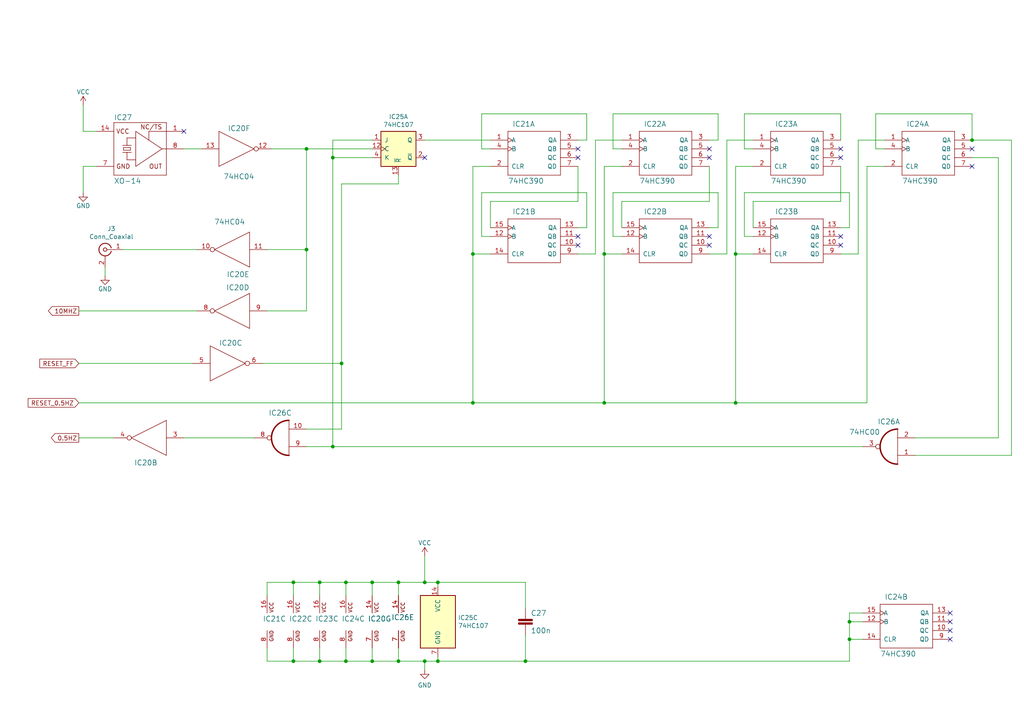
<source format=kicad_sch>
(kicad_sch (version 20230121) (generator eeschema)
  (paper "A4")
  (lib_symbols
    (symbol "74xx:74LS107" (pin_names (offset 1.016))
      (property "Reference" "U" (at -7.62 8.89 0))
      (property "Value" "74LS107" (at -7.62 -8.89 0))
      (symbol "74LS107_1_0"
        (pin input line (at -7.62 2.54 0) (length 2.54) (name "J") (number "1"))
        (pin input clock (at -7.62 0 0) (length 2.54) (name "C") (number "12"))
        (pin input line (at 0 -7.62 90) (length 2.54) (name "~{R}") (number "13"))
        (pin output line (at 7.62 -2.54 180) (length 2.54) (name "~{Q}") (number "2"))
        (pin output line (at 7.62 2.54 180) (length 2.54) (name "Q") (number "3"))
        (pin input line (at -7.62 -2.54 0) (length 2.54) (name "K") (number "4"))
      )
      (symbol "74LS107_1_1"
        (rectangle (start -5.08 5.08) (end 5.08 -5.08) (stroke (width 0.254)) (fill (type background)))
      )
      (symbol "74LS107_2_0"
        (pin input line (at 0 -7.62 90) (length 2.54) (name "~{R}") (number "10"))
        (pin input line (at -7.62 -2.54 0) (length 2.54) (name "K") (number "11"))
        (pin output line (at 7.62 2.54 180) (length 2.54) (name "Q") (number "5"))
        (pin output line (at 7.62 -2.54 180) (length 2.54) (name "~{Q}") (number "6"))
        (pin input line (at -7.62 2.54 0) (length 2.54) (name "J") (number "8"))
        (pin input clock (at -7.62 0 0) (length 2.54) (name "C") (number "9"))
      )
      (symbol "74LS107_2_1"
        (rectangle (start -5.08 5.08) (end 5.08 -5.08) (stroke (width 0.254)) (fill (type background)))
      )
      (symbol "74LS107_3_0"
        (pin power_in line (at 0 10.16 270) (length 2.54) (name "VCC") (number "14"))
        (pin power_in line (at 0 -10.16 90) (length 2.54) (name "GND") (number "7"))
      )
      (symbol "74LS107_3_1"
        (rectangle (start -5.08 7.62) (end 5.08 -7.62) (stroke (width 0.254)) (fill (type background)))
      )
    )
    (symbol "Connector:Conn_Coaxial" (pin_names (offset 1.016) hide)
      (property "Reference" "J" (at 0.254 3.048 0))
      (property "Value" "Conn_Coaxial" (at 2.921 0 90))
      (symbol "Conn_Coaxial_0_1"
        (arc (start -1.778 -0.508) (mid 0.222 -1.808) (end 1.778 0) (stroke (width 0.254)))
        (polyline (pts (xy -2.54 0) (xy -0.508 0)))
        (polyline (pts (xy 0 -2.54) (xy 0 -1.778)))
        (circle (center 0 0) (radius 0.508) (stroke (width 0.2032)))
        (arc (start 1.778 0) (mid 0.2221 1.8083) (end -1.778 0.508) (stroke (width 0.254)))
      )
      (symbol "Conn_Coaxial_1_1"
        (pin passive line (at -5.08 0 0) (length 2.54) (name "In") (number "1"))
        (pin passive line (at 0 -5.08 90) (length 2.54) (name "Ext") (number "2"))
      )
    )
    (symbol "Hauptplatine-rescue:7400D-Zähler-eagle-import" (pin_names (offset 1.016))
      (property "Reference" "IC" (at -0.635 -0.635 0))
      (symbol "7400D-Zähler-eagle-import_1_0"
        (arc (start -2.54 -5.08) (mid 2.5179 0) (end -2.54 5.08) (stroke (width 0.4064)))
        (polyline (pts (xy -2.54 5.08) (xy -2.54 -5.08)))
        (pin input line (at -7.62 2.54 0) (length 5.08) (name "I0") (number "1"))
        (pin input line (at -7.62 -2.54 0) (length 5.08) (name "I1") (number "2"))
        (pin output inverted (at 7.62 0 180) (length 5.08) (name "O") (number "3"))
      )
      (symbol "7400D-Zähler-eagle-import_2_0"
        (arc (start -2.54 -5.08) (mid 2.5179 0) (end -2.54 5.08) (stroke (width 0.4064)))
        (polyline (pts (xy -2.54 5.08) (xy -2.54 -5.08)))
        (pin input line (at -7.62 2.54 0) (length 5.08) (name "I0") (number "4"))
        (pin input line (at -7.62 -2.54 0) (length 5.08) (name "I1") (number "5"))
        (pin output inverted (at 7.62 0 180) (length 5.08) (name "O") (number "6"))
      )
      (symbol "7400D-Zähler-eagle-import_3_0"
        (arc (start -2.54 -5.08) (mid 2.5179 0) (end -2.54 5.08) (stroke (width 0.4064)))
        (polyline (pts (xy -2.54 5.08) (xy -2.54 -5.08)))
        (pin input line (at -7.62 -2.54 0) (length 5.08) (name "I1") (number "10"))
        (pin output inverted (at 7.62 0 180) (length 5.08) (name "O") (number "8"))
        (pin input line (at -7.62 2.54 0) (length 5.08) (name "I0") (number "9"))
      )
      (symbol "7400D-Zähler-eagle-import_4_0"
        (arc (start -2.54 -5.08) (mid 2.5179 0) (end -2.54 5.08) (stroke (width 0.4064)))
        (polyline (pts (xy -2.54 5.08) (xy -2.54 -5.08)))
        (pin output inverted (at 7.62 0 180) (length 5.08) (name "O") (number "11"))
        (pin input line (at -7.62 2.54 0) (length 5.08) (name "I0") (number "12"))
        (pin input line (at -7.62 -2.54 0) (length 5.08) (name "I1") (number "13"))
      )
      (symbol "7400D-Zähler-eagle-import_5_0"
        (text "GND" (at 1.905 -5.842 900) (effects (font (size 1.0668 1.0668)) (justify left bottom)))
        (text "VCC" (at 1.905 2.54 900) (effects (font (size 1.0668 1.0668)) (justify left bottom)))
        (pin power_in line (at 0 7.62 270) (length 5.08) (name "VCC") (number "14"))
        (pin power_in line (at 0 -7.62 90) (length 5.08) (name "GND") (number "7"))
      )
    )
    (symbol "Hauptplatine-rescue:7404D-Taktgenerator-eagle-import" (pin_names (offset 1.016))
      (property "Reference" "IC" (at -0.635 -0.635 0))
      (symbol "7404D-Taktgenerator-eagle-import_1_0"
        (polyline (pts (xy -5.08 -5.08) (xy -5.08 5.08)))
        (polyline (pts (xy -5.08 5.08) (xy 5.08 0)))
        (polyline (pts (xy 5.08 0) (xy -5.08 -5.08)))
        (pin input line (at -10.16 0 0) (length 5.08) (name "I") (number "1"))
        (pin output inverted (at 10.16 0 180) (length 5.08) (name "O") (number "2"))
      )
      (symbol "7404D-Taktgenerator-eagle-import_2_0"
        (polyline (pts (xy -5.08 -5.08) (xy -5.08 5.08)))
        (polyline (pts (xy -5.08 5.08) (xy 5.08 0)))
        (polyline (pts (xy 5.08 0) (xy -5.08 -5.08)))
        (pin input line (at -10.16 0 0) (length 5.08) (name "I") (number "3"))
        (pin output inverted (at 10.16 0 180) (length 5.08) (name "O") (number "4"))
      )
      (symbol "7404D-Taktgenerator-eagle-import_3_0"
        (polyline (pts (xy -5.08 -5.08) (xy -5.08 5.08)))
        (polyline (pts (xy -5.08 5.08) (xy 5.08 0)))
        (polyline (pts (xy 5.08 0) (xy -5.08 -5.08)))
        (pin input line (at -10.16 0 0) (length 5.08) (name "I") (number "5"))
        (pin output inverted (at 10.16 0 180) (length 5.08) (name "O") (number "6"))
      )
      (symbol "7404D-Taktgenerator-eagle-import_4_0"
        (polyline (pts (xy -5.08 -5.08) (xy -5.08 5.08)))
        (polyline (pts (xy -5.08 5.08) (xy 5.08 0)))
        (polyline (pts (xy 5.08 0) (xy -5.08 -5.08)))
        (pin output inverted (at 10.16 0 180) (length 5.08) (name "O") (number "8"))
        (pin input line (at -10.16 0 0) (length 5.08) (name "I") (number "9"))
      )
      (symbol "7404D-Taktgenerator-eagle-import_5_0"
        (polyline (pts (xy -5.08 -5.08) (xy -5.08 5.08)))
        (polyline (pts (xy -5.08 5.08) (xy 5.08 0)))
        (polyline (pts (xy 5.08 0) (xy -5.08 -5.08)))
        (pin output inverted (at 10.16 0 180) (length 5.08) (name "O") (number "10"))
        (pin input line (at -10.16 0 0) (length 5.08) (name "I") (number "11"))
      )
      (symbol "7404D-Taktgenerator-eagle-import_6_0"
        (polyline (pts (xy -5.08 -5.08) (xy -5.08 5.08)))
        (polyline (pts (xy -5.08 5.08) (xy 5.08 0)))
        (polyline (pts (xy 5.08 0) (xy -5.08 -5.08)))
        (pin output inverted (at 10.16 0 180) (length 5.08) (name "O") (number "12"))
        (pin input line (at -10.16 0 0) (length 5.08) (name "I") (number "13"))
      )
      (symbol "7404D-Taktgenerator-eagle-import_7_0"
        (text "GND" (at 1.905 -5.842 900) (effects (font (size 1.0668 1.0668)) (justify left bottom)))
        (text "VCC" (at 1.905 2.54 900) (effects (font (size 1.0668 1.0668)) (justify left bottom)))
        (pin power_in line (at 0 7.62 270) (length 5.08) (name "VCC") (number "14"))
        (pin power_in line (at 0 -7.62 90) (length 5.08) (name "GND") (number "7"))
      )
    )
    (symbol "Hauptplatine-rescue:74390D-Taktgenerator-eagle-import" (pin_names (offset 1.016))
      (property "Reference" "IC" (at -0.635 -0.635 0))
      (symbol "74390D-Taktgenerator-eagle-import_1_0"
        (polyline (pts (xy -7.62 -7.62) (xy 7.62 -7.62)))
        (polyline (pts (xy -7.62 5.08) (xy -7.62 -7.62)))
        (polyline (pts (xy 7.62 -7.62) (xy 7.62 5.08)))
        (polyline (pts (xy 7.62 5.08) (xy -7.62 5.08)))
        (pin input clock (at -12.7 2.54 0) (length 5.08) (name "A") (number "1"))
        (pin input line (at -12.7 -5.08 0) (length 5.08) (name "CLR") (number "2"))
        (pin output line (at 12.7 2.54 180) (length 5.08) (name "QA") (number "3"))
        (pin input clock (at -12.7 0 0) (length 5.08) (name "B") (number "4"))
        (pin output line (at 12.7 0 180) (length 5.08) (name "QB") (number "5"))
        (pin output line (at 12.7 -2.54 180) (length 5.08) (name "QC") (number "6"))
        (pin output line (at 12.7 -5.08 180) (length 5.08) (name "QD") (number "7"))
      )
      (symbol "74390D-Taktgenerator-eagle-import_2_0"
        (polyline (pts (xy -7.62 -7.62) (xy 7.62 -7.62)))
        (polyline (pts (xy -7.62 5.08) (xy -7.62 -7.62)))
        (polyline (pts (xy 7.62 -7.62) (xy 7.62 5.08)))
        (polyline (pts (xy 7.62 5.08) (xy -7.62 5.08)))
        (pin output line (at 12.7 -2.54 180) (length 5.08) (name "QC") (number "10"))
        (pin output line (at 12.7 0 180) (length 5.08) (name "QB") (number "11"))
        (pin input clock (at -12.7 0 0) (length 5.08) (name "B") (number "12"))
        (pin output line (at 12.7 2.54 180) (length 5.08) (name "QA") (number "13"))
        (pin input line (at -12.7 -5.08 0) (length 5.08) (name "CLR") (number "14"))
        (pin input clock (at -12.7 2.54 0) (length 5.08) (name "A") (number "15"))
        (pin output line (at 12.7 -5.08 180) (length 5.08) (name "QD") (number "9"))
      )
      (symbol "74390D-Taktgenerator-eagle-import_3_0"
        (text "GND" (at 1.905 -5.842 900) (effects (font (size 1.0668 1.0668)) (justify left bottom)))
        (text "VCC" (at 1.905 2.54 900) (effects (font (size 1.0668 1.0668)) (justify left bottom)))
        (pin power_in line (at 0 7.62 270) (length 5.08) (name "VCC") (number "16"))
        (pin power_in line (at 0 -7.62 90) (length 5.08) (name "GND") (number "8"))
      )
    )
    (symbol "Hauptplatine-rescue:C-EUC0603-Taktgenerator-eagle-import" (pin_names (offset 1.016))
      (property "Reference" "C" (at 1.524 0.381 0))
      (property "Value" "C-EUC0603-Taktgenerator-eagle-import" (at 1.524 -4.699 0))
      (symbol "C-EUC0603-Taktgenerator-eagle-import_1_0"
        (rectangle (start -2.032 -2.032) (end 2.032 -1.524) (fill (type outline)))
        (rectangle (start -2.032 -1.016) (end 2.032 -0.508) (fill (type outline)))
        (polyline (pts (xy 0 -2.54) (xy 0 -2.032)))
        (polyline (pts (xy 0 0) (xy 0 -0.508)))
        (pin passive line (at 0 2.54 270) (length 2.54) (name "1") (number "1"))
        (pin passive line (at 0 -5.08 90) (length 2.54) (name "2") (number "2"))
      )
    )
    (symbol "Hauptplatine-rescue:XO-14-Taktgenerator-eagle-import" (pin_names (offset 1.016))
      (property "Reference" "QG" (at -7.62 8.255 0))
      (property "Value" "XO-14-Taktgenerator-eagle-import" (at -7.62 -10.16 0))
      (symbol "XO-14-Taktgenerator-eagle-import_1_0"
        (polyline (pts (xy -7.62 7.62) (xy -7.62 -7.62)))
        (polyline (pts (xy -7.62 7.62) (xy 7.62 7.62)))
        (polyline (pts (xy -5.08 -1.016) (xy -3.81 -1.016)))
        (polyline (pts (xy -5.08 1.016) (xy -2.54 1.016)))
        (polyline (pts (xy -4.826 -0.381) (xy -4.826 0.381)))
        (polyline (pts (xy -4.826 -0.381) (xy -2.794 -0.381)))
        (polyline (pts (xy -4.826 0.381) (xy -2.794 0.381)))
        (polyline (pts (xy -3.81 -3.175) (xy -3.81 -1.016)))
        (polyline (pts (xy -3.81 -3.175) (xy -1.27 -3.175)))
        (polyline (pts (xy -3.81 -1.016) (xy -2.54 -1.016)))
        (polyline (pts (xy -3.81 1.016) (xy -3.81 3.175)))
        (polyline (pts (xy -3.81 3.175) (xy -1.27 3.175)))
        (polyline (pts (xy -2.794 0.381) (xy -2.794 -0.381)))
        (polyline (pts (xy -1.27 -5.08) (xy -1.27 -3.175)))
        (polyline (pts (xy -1.27 -3.175) (xy -1.27 3.175)))
        (polyline (pts (xy -1.27 3.175) (xy -1.27 5.08)))
        (polyline (pts (xy -1.27 5.08) (xy 2.54 2.54)))
        (polyline (pts (xy 2.54 2.54) (xy 6.35 0)))
        (polyline (pts (xy 2.54 5.08) (xy 2.54 2.54)))
        (polyline (pts (xy 6.35 0) (xy -1.27 -5.08)))
        (polyline (pts (xy 6.35 0) (xy 7.62 0)))
        (polyline (pts (xy 7.62 -7.62) (xy -7.62 -7.62)))
        (polyline (pts (xy 7.62 -7.62) (xy 7.62 0)))
        (polyline (pts (xy 7.62 0) (xy 7.62 5.08)))
        (polyline (pts (xy 7.62 5.08) (xy 2.54 5.08)))
        (polyline (pts (xy 7.62 5.08) (xy 7.62 7.62)))
        (text "GND" (at -6.985 -5.842 0) (effects (font (size 1.2954 1.2954)) (justify left bottom)))
        (text "NC/TS" (at 0 5.588 0) (effects (font (size 1.2954 1.2954)) (justify left bottom)))
        (text "OUT" (at 2.54 -5.842 0) (effects (font (size 1.2954 1.2954)) (justify left bottom)))
        (text "VCC" (at -6.985 4.318 0) (effects (font (size 1.2954 1.2954)) (justify left bottom)))
        (pin passive line (at 12.7 5.08 180) (length 5.08) (name "TS") (number "1"))
        (pin power_in line (at -12.7 5.08 0) (length 5.08) (name "VCC") (number "14"))
        (pin power_in line (at -12.7 -5.08 0) (length 5.08) (name "GND") (number "7"))
        (pin output line (at 12.7 0 180) (length 5.08) (name "OUT") (number "8"))
      )
    )
    (symbol "power:GND" (power) (pin_names (offset 0))
      (property "Value" "GND" (at 0 -3.81 0))
      (symbol "GND_0_1"
        (polyline (pts (xy 0 0) (xy 0 -1.27) (xy 1.27 -1.27) (xy 0 -2.54) (xy -1.27 -1.27) (xy 0 -1.27)))
      )
      (symbol "GND_1_1"
        (pin power_in line (at 0 0 270) (length 0) hide (name "GND") (number "1"))
      )
    )
    (symbol "power:VCC" (power) (pin_names (offset 0))
      (property "Value" "VCC" (at 0 3.81 0))
      (symbol "VCC_0_1"
        (polyline (pts (xy -0.762 1.27) (xy 0 2.54)))
        (polyline (pts (xy 0 0) (xy 0 2.54)))
        (polyline (pts (xy 0 2.54) (xy 0.762 1.27)))
      )
      (symbol "VCC_1_1"
        (pin power_in line (at 0 0 90) (length 0) hide (name "VCC") (number "1"))
      )
    )
  )
  (junction (at 175.26 116.84))
  (junction (at 92.71 191.77))
  (junction (at 107.95 191.77))
  (junction (at 123.19 191.77))
  (junction (at 85.09 168.91))
  (junction (at 246.38 180.34))
  (junction (at 127 191.77))
  (junction (at 96.52 45.72))
  (junction (at 175.26 73.66))
  (junction (at 127 168.91))
  (junction (at 96.52 129.54))
  (junction (at 152.4 191.77))
  (junction (at 123.19 168.91))
  (junction (at 115.57 168.91))
  (junction (at 99.06 105.41))
  (junction (at 100.33 168.91))
  (junction (at 213.36 116.84))
  (junction (at 137.16 116.84))
  (junction (at 246.38 185.42))
  (junction (at 107.95 168.91))
  (junction (at 115.57 191.77))
  (junction (at 85.09 191.77))
  (junction (at 88.9 72.39))
  (junction (at 137.16 73.66))
  (junction (at 100.33 191.77))
  (junction (at 281.94 40.64))
  (junction (at 92.71 168.91))
  (junction (at 213.36 73.66))
  (junction (at 88.9 43.18))
  (no_connect (at 281.94 43.18))
  (no_connect (at 53.34 38.1))
  (no_connect (at 275.59 177.8))
  (no_connect (at 275.59 180.34))
  (no_connect (at 275.59 182.88))
  (no_connect (at 275.59 185.42))
  (no_connect (at 243.84 71.12))
  (no_connect (at 243.84 45.72))
  (no_connect (at 243.84 68.58))
  (no_connect (at 123.19 45.72))
  (no_connect (at 205.74 45.72))
  (no_connect (at 167.64 45.72))
  (no_connect (at 205.74 68.58))
  (no_connect (at 205.74 71.12))
  (no_connect (at 243.84 43.18))
  (no_connect (at 167.64 43.18))
  (no_connect (at 281.94 48.26))
  (no_connect (at 167.64 71.12))
  (no_connect (at 205.74 43.18))
  (no_connect (at 167.64 68.58))
  (wire (pts (xy 92.71 191.77) (xy 85.09 191.77)))
  (wire (pts (xy 92.71 168.91) (xy 85.09 168.91)))
  (wire (pts (xy 205.74 66.04) (xy 208.28 66.04)))
  (wire (pts (xy 167.64 66.04) (xy 170.18 66.04)))
  (wire (pts (xy 107.95 191.77) (xy 107.95 187.96)))
  (wire (pts (xy 53.34 43.18) (xy 58.42 43.18)))
  (wire (pts (xy 85.09 191.77) (xy 85.09 187.96)))
  (wire (pts (xy 213.36 73.66) (xy 213.36 116.84)))
  (wire (pts (xy 246.38 180.34) (xy 250.19 180.34)))
  (wire (pts (xy 167.64 48.26) (xy 167.64 58.42)))
  (wire (pts (xy 123.19 40.64) (xy 142.24 40.64)))
  (wire (pts (xy 170.18 40.64) (xy 170.18 33.02)))
  (wire (pts (xy 243.84 73.66) (xy 248.92 73.66)))
  (wire (pts (xy 24.13 30.48) (xy 24.13 38.1)))
  (wire (pts (xy 281.94 33.02) (xy 254 33.02)))
  (wire (pts (xy 205.74 48.26) (xy 205.74 58.42)))
  (wire (pts (xy 167.64 73.66) (xy 172.72 73.66)))
  (wire (pts (xy 177.8 33.02) (xy 177.8 43.18)))
  (wire (pts (xy 175.26 116.84) (xy 137.16 116.84)))
  (wire (pts (xy 215.9 43.18) (xy 218.44 43.18)))
  (wire (pts (xy 218.44 58.42) (xy 218.44 66.04)))
  (wire (pts (xy 115.57 191.77) (xy 115.57 187.96)))
  (wire (pts (xy 137.16 48.26) (xy 137.16 73.66)))
  (wire (pts (xy 88.9 72.39) (xy 88.9 43.18)))
  (wire (pts (xy 99.06 124.46) (xy 88.9 124.46)))
  (wire (pts (xy 85.09 168.91) (xy 85.09 172.72)))
  (wire (pts (xy 210.82 40.64) (xy 218.44 40.64)))
  (wire (pts (xy 96.52 129.54) (xy 250.19 129.54)))
  (wire (pts (xy 88.9 90.17) (xy 88.9 72.39)))
  (wire (pts (xy 139.7 33.02) (xy 139.7 43.18)))
  (wire (pts (xy 152.4 191.77) (xy 246.38 191.77)))
  (wire (pts (xy 77.47 168.91) (xy 77.47 172.72)))
  (wire (pts (xy 123.19 168.91) (xy 127 168.91)))
  (wire (pts (xy 57.15 90.17) (xy 22.86 90.17)))
  (wire (pts (xy 167.64 40.64) (xy 170.18 40.64)))
  (wire (pts (xy 246.38 185.42) (xy 250.19 185.42)))
  (wire (pts (xy 76.2 105.41) (xy 99.06 105.41)))
  (wire (pts (xy 172.72 73.66) (xy 172.72 40.64)))
  (wire (pts (xy 215.9 68.58) (xy 218.44 68.58)))
  (wire (pts (xy 107.95 168.91) (xy 100.33 168.91)))
  (wire (pts (xy 281.94 40.64) (xy 281.94 33.02)))
  (wire (pts (xy 246.38 66.04) (xy 246.38 55.88)))
  (wire (pts (xy 172.72 40.64) (xy 180.34 40.64)))
  (wire (pts (xy 177.8 55.88) (xy 177.8 68.58)))
  (wire (pts (xy 123.19 191.77) (xy 123.19 194.31)))
  (wire (pts (xy 210.82 73.66) (xy 210.82 40.64)))
  (wire (pts (xy 99.06 105.41) (xy 99.06 124.46)))
  (wire (pts (xy 175.26 48.26) (xy 175.26 73.66)))
  (wire (pts (xy 218.44 73.66) (xy 213.36 73.66)))
  (wire (pts (xy 85.09 191.77) (xy 77.47 191.77)))
  (wire (pts (xy 127 170.18) (xy 127 168.91)))
  (wire (pts (xy 127 168.91) (xy 152.4 168.91)))
  (wire (pts (xy 208.28 40.64) (xy 208.28 33.02)))
  (wire (pts (xy 24.13 38.1) (xy 27.94 38.1)))
  (wire (pts (xy 213.36 48.26) (xy 213.36 73.66)))
  (wire (pts (xy 77.47 72.39) (xy 88.9 72.39)))
  (wire (pts (xy 208.28 55.88) (xy 177.8 55.88)))
  (wire (pts (xy 96.52 45.72) (xy 107.95 45.72)))
  (wire (pts (xy 246.38 177.8) (xy 246.38 180.34)))
  (wire (pts (xy 92.71 191.77) (xy 92.71 187.96)))
  (wire (pts (xy 22.86 105.41) (xy 55.88 105.41)))
  (wire (pts (xy 77.47 90.17) (xy 88.9 90.17)))
  (wire (pts (xy 22.86 116.84) (xy 137.16 116.84)))
  (wire (pts (xy 254 33.02) (xy 254 43.18)))
  (wire (pts (xy 96.52 40.64) (xy 96.52 45.72)))
  (wire (pts (xy 115.57 168.91) (xy 107.95 168.91)))
  (wire (pts (xy 170.18 55.88) (xy 139.7 55.88)))
  (wire (pts (xy 246.38 55.88) (xy 215.9 55.88)))
  (wire (pts (xy 100.33 191.77) (xy 92.71 191.77)))
  (wire (pts (xy 100.33 168.91) (xy 100.33 172.72)))
  (wire (pts (xy 123.19 168.91) (xy 115.57 168.91)))
  (wire (pts (xy 175.26 73.66) (xy 175.26 116.84)))
  (wire (pts (xy 248.92 73.66) (xy 248.92 40.64)))
  (wire (pts (xy 107.95 168.91) (xy 107.95 172.72)))
  (wire (pts (xy 215.9 33.02) (xy 215.9 43.18)))
  (wire (pts (xy 139.7 43.18) (xy 142.24 43.18)))
  (wire (pts (xy 180.34 73.66) (xy 175.26 73.66)))
  (wire (pts (xy 180.34 48.26) (xy 175.26 48.26)))
  (wire (pts (xy 77.47 191.77) (xy 77.47 187.96)))
  (wire (pts (xy 53.34 127) (xy 73.66 127)))
  (wire (pts (xy 243.84 58.42) (xy 218.44 58.42)))
  (wire (pts (xy 30.48 80.01) (xy 30.48 77.47)))
  (wire (pts (xy 139.7 68.58) (xy 142.24 68.58)))
  (wire (pts (xy 243.84 40.64) (xy 243.84 33.02)))
  (wire (pts (xy 24.13 48.26) (xy 24.13 55.88)))
  (wire (pts (xy 170.18 66.04) (xy 170.18 55.88)))
  (wire (pts (xy 167.64 58.42) (xy 142.24 58.42)))
  (wire (pts (xy 208.28 33.02) (xy 177.8 33.02)))
  (wire (pts (xy 208.28 66.04) (xy 208.28 55.88)))
  (wire (pts (xy 293.37 40.64) (xy 293.37 132.08)))
  (wire (pts (xy 100.33 168.91) (xy 92.71 168.91)))
  (wire (pts (xy 265.43 132.08) (xy 293.37 132.08)))
  (wire (pts (xy 213.36 116.84) (xy 175.26 116.84)))
  (wire (pts (xy 123.19 191.77) (xy 115.57 191.77)))
  (wire (pts (xy 170.18 33.02) (xy 139.7 33.02)))
  (wire (pts (xy 289.56 45.72) (xy 289.56 127)))
  (wire (pts (xy 265.43 127) (xy 289.56 127)))
  (wire (pts (xy 205.74 73.66) (xy 210.82 73.66)))
  (wire (pts (xy 107.95 191.77) (xy 100.33 191.77)))
  (wire (pts (xy 115.57 53.34) (xy 99.06 53.34)))
  (wire (pts (xy 254 43.18) (xy 256.54 43.18)))
  (wire (pts (xy 127 191.77) (xy 152.4 191.77)))
  (wire (pts (xy 251.46 116.84) (xy 213.36 116.84)))
  (wire (pts (xy 246.38 180.34) (xy 246.38 185.42)))
  (wire (pts (xy 115.57 53.34) (xy 115.57 50.8)))
  (wire (pts (xy 115.57 168.91) (xy 115.57 172.72)))
  (wire (pts (xy 27.94 48.26) (xy 24.13 48.26)))
  (wire (pts (xy 115.57 191.77) (xy 107.95 191.77)))
  (wire (pts (xy 99.06 53.34) (xy 99.06 105.41)))
  (wire (pts (xy 96.52 45.72) (xy 96.52 129.54)))
  (wire (pts (xy 205.74 40.64) (xy 208.28 40.64)))
  (wire (pts (xy 127 190.5) (xy 127 191.77)))
  (wire (pts (xy 243.84 48.26) (xy 243.84 58.42)))
  (wire (pts (xy 243.84 66.04) (xy 246.38 66.04)))
  (wire (pts (xy 218.44 48.26) (xy 213.36 48.26)))
  (wire (pts (xy 142.24 58.42) (xy 142.24 66.04)))
  (wire (pts (xy 243.84 33.02) (xy 215.9 33.02)))
  (wire (pts (xy 205.74 58.42) (xy 180.34 58.42)))
  (wire (pts (xy 88.9 129.54) (xy 96.52 129.54)))
  (wire (pts (xy 33.02 127) (xy 22.86 127)))
  (wire (pts (xy 123.19 191.77) (xy 127 191.77)))
  (wire (pts (xy 256.54 48.26) (xy 251.46 48.26)))
  (wire (pts (xy 152.4 168.91) (xy 152.4 176.53)))
  (wire (pts (xy 142.24 48.26) (xy 137.16 48.26)))
  (wire (pts (xy 215.9 55.88) (xy 215.9 68.58)))
  (wire (pts (xy 246.38 177.8) (xy 250.19 177.8)))
  (wire (pts (xy 107.95 40.64) (xy 96.52 40.64)))
  (wire (pts (xy 78.74 43.18) (xy 88.9 43.18)))
  (wire (pts (xy 293.37 40.64) (xy 281.94 40.64)))
  (wire (pts (xy 281.94 45.72) (xy 289.56 45.72)))
  (wire (pts (xy 35.56 72.39) (xy 57.15 72.39)))
  (wire (pts (xy 152.4 184.15) (xy 152.4 191.77)))
  (wire (pts (xy 248.92 40.64) (xy 256.54 40.64)))
  (wire (pts (xy 139.7 55.88) (xy 139.7 68.58)))
  (wire (pts (xy 142.24 73.66) (xy 137.16 73.66)))
  (wire (pts (xy 177.8 68.58) (xy 180.34 68.58)))
  (wire (pts (xy 92.71 168.91) (xy 92.71 172.72)))
  (wire (pts (xy 177.8 43.18) (xy 180.34 43.18)))
  (wire (pts (xy 251.46 48.26) (xy 251.46 116.84)))
  (wire (pts (xy 100.33 191.77) (xy 100.33 187.96)))
  (wire (pts (xy 180.34 58.42) (xy 180.34 66.04)))
  (wire (pts (xy 85.09 168.91) (xy 77.47 168.91)))
  (wire (pts (xy 88.9 43.18) (xy 107.95 43.18)))
  (wire (pts (xy 246.38 185.42) (xy 246.38 191.77)))
  (wire (pts (xy 123.19 168.91) (xy 123.19 161.29)))
  (wire (pts (xy 137.16 73.66) (xy 137.16 116.84)))
  (global_label "RESET_FF" (shape input) (at 22.86 105.41 180) (property "Intersheetrefs" "${INTERSHEET_REFS}" (effects hide)))
  (global_label "10MHZ" (shape output) (at 22.86 90.17 180) (property "Intersheetrefs" "${INTERSHEET_REFS}" (effects hide)))
  (global_label "0.5HZ" (shape output) (at 22.86 127 180) (property "Intersheetrefs" "${INTERSHEET_REFS}" (effects hide)))
  (global_label "RESET_0.5HZ" (shape input) (at 22.86 116.84 180) (property "Intersheetrefs" "${INTERSHEET_REFS}" (effects hide)))
  (symbol (lib_id "Hauptplatine-rescue:7404D-Taktgenerator-eagle-import") (at 67.31 90.17 180) (unit 4)
    (property "Reference" "IC20" (at 72.39 82.55 0) (effects (font (size 1.4986 1.4986)) (justify left bottom)))
    (property "Value" "74HC04" (effects hide))
    (property "Footprint" "Package_DIP:DIP-14_W7.62mm_LongPads" (effects hide))
    (property "Datasheet" "http://www.ti.com/lit/gpn/sn74HC04" (effects hide))
  )
  (symbol (lib_id "Hauptplatine-rescue:7404D-Taktgenerator-eagle-import") (at 67.31 72.39 180) (unit 5)
    (property "Reference" "IC20" (at 72.39 78.74 0) (effects (font (size 1.4986 1.4986)) (justify left bottom)))
    (property "Value" "74HC04" (at 71.12 63.5 0) (effects (font (size 1.4986 1.4986)) (justify left bottom)))
    (property "Footprint" "Package_DIP:DIP-14_W7.62mm_LongPads" (effects hide))
    (property "Datasheet" "http://www.ti.com/lit/gpn/sn74HC04" (effects hide))
  )
  (symbol (lib_id "Hauptplatine-rescue:7404D-Taktgenerator-eagle-import") (at 43.18 127 180) (unit 2)
    (property "Reference" "IC20" (at 45.72 133.35 0) (effects (font (size 1.4986 1.4986)) (justify left bottom)))
    (property "Value" "74HC04" (effects hide))
    (property "Footprint" "Package_DIP:DIP-14_W7.62mm_LongPads" (effects hide))
    (property "Datasheet" "http://www.ti.com/lit/gpn/sn74HC04" (effects hide))
  )
  (symbol (lib_id "Hauptplatine-rescue:7404D-Taktgenerator-eagle-import") (at 66.04 105.41 0) (unit 3)
    (property "Reference" "IC20" (at 63.5 100.33 0) (effects (font (size 1.4986 1.4986)) (justify left bottom)))
    (property "Value" "74HC04" (effects hide))
    (property "Footprint" "Package_DIP:DIP-14_W7.62mm_LongPads" (effects hide))
    (property "Datasheet" "http://www.ti.com/lit/gpn/sn74HC04" (effects hide))
  )
  (symbol (lib_id "Hauptplatine-rescue:7404D-Taktgenerator-eagle-import") (at 68.58 43.18 0) (unit 6)
    (property "Reference" "IC20" (at 66.04 38.1 0) (effects (font (size 1.4986 1.4986)) (justify left bottom)))
    (property "Value" "74HC04" (at 64.77 52.07 0) (effects (font (size 1.4986 1.4986)) (justify left bottom)))
    (property "Footprint" "Package_DIP:DIP-14_W7.62mm_LongPads" (effects hide))
    (property "Datasheet" "http://www.ti.com/lit/gpn/sn74HC04" (effects hide))
  )
  (symbol (lib_id "Hauptplatine-rescue:74390D-Taktgenerator-eagle-import") (at 154.94 43.18 0) (unit 1)
    (property "Reference" "IC21" (at 148.59 36.83 0) (effects (font (size 1.4986 1.4986)) (justify left bottom)))
    (property "Value" "74HC390" (at 147.32 53.34 0) (effects (font (size 1.4986 1.4986)) (justify left bottom)))
    (property "Footprint" "Package_DIP:DIP-16_W7.62mm_LongPads" (effects hide))
    (property "Datasheet" "https://www.ti.com/lit/ds/symlink/cd74hc390.pdf" (effects hide))
  )
  (symbol (lib_id "Hauptplatine-rescue:74390D-Taktgenerator-eagle-import") (at 154.94 68.58 0) (unit 2)
    (property "Reference" "IC21" (at 148.59 62.23 0) (effects (font (size 1.4986 1.4986)) (justify left bottom)))
    (property "Value" "74HC390" (effects hide))
    (property "Footprint" "Package_DIP:DIP-16_W7.62mm_LongPads" (effects hide))
    (property "Datasheet" "https://www.ti.com/lit/ds/symlink/cd74hc390.pdf" (effects hide))
  )
  (symbol (lib_id "Hauptplatine-rescue:74390D-Taktgenerator-eagle-import") (at 269.24 43.18 0) (unit 1)
    (property "Reference" "IC24" (at 262.89 36.83 0) (effects (font (size 1.4986 1.4986)) (justify left bottom)))
    (property "Value" "74HC390" (at 261.62 53.34 0) (effects (font (size 1.4986 1.4986)) (justify left bottom)))
    (property "Footprint" "Package_DIP:DIP-16_W7.62mm_LongPads" (effects hide))
    (property "Datasheet" "https://www.ti.com/lit/ds/symlink/cd74hc390.pdf" (effects hide))
  )
  (symbol (lib_id "Hauptplatine-rescue:C-EUC0603-Taktgenerator-eagle-import") (at 152.4 179.07 0) (unit 1)
    (property "Reference" "C27" (at 153.924 178.689 0) (effects (font (size 1.4986 1.4986)) (justify left bottom)))
    (property "Value" "100n" (at 153.924 183.769 0) (effects (font (size 1.4986 1.4986)) (justify left bottom)))
    (property "Footprint" "Capacitor_THT:C_Rect_L10.0mm_W4.0mm_P7.50mm_FKS3_FKP3" (effects hide))
  )
  (symbol (lib_id "Connector:Conn_Coaxial") (at 30.48 72.39 0) (mirror y) (unit 1)
    (property "Reference" "J3" (at 32.3088 66.3448 0))
    (property "Value" "Conn_Coaxial" (at 32.3088 68.6562 0))
    (property "Footprint" "Connector_Coaxial:BNC_Amphenol_B6252HB-NPP3G-50_Horizontal" (effects hide))
    (property "Datasheet" " ~" (effects hide))
  )
  (symbol (lib_id "Hauptplatine-rescue:7404D-Taktgenerator-eagle-import") (at 107.95 180.34 0) (unit 7)
    (property "Reference" "IC20" (at 106.68 180.34 0) (effects (font (size 1.4986 1.4986)) (justify left bottom)))
    (property "Value" "74HC04" (effects hide))
    (property "Footprint" "Package_DIP:DIP-14_W7.62mm_LongPads" (effects hide))
    (property "Datasheet" "http://www.ti.com/lit/gpn/sn74HC04" (effects hide))
  )
  (symbol (lib_id "Hauptplatine-rescue:74390D-Taktgenerator-eagle-import") (at 100.33 180.34 0) (unit 3)
    (property "Reference" "IC24" (at 99.06 180.34 0) (effects (font (size 1.4986 1.4986)) (justify left bottom)))
    (property "Value" "74HC390" (effects hide))
    (property "Footprint" "Package_DIP:DIP-16_W7.62mm_LongPads" (effects hide))
    (property "Datasheet" "https://www.ti.com/lit/ds/symlink/cd74hc390.pdf" (effects hide))
  )
  (symbol (lib_id "Hauptplatine-rescue:74390D-Taktgenerator-eagle-import") (at 85.09 180.34 0) (unit 3)
    (property "Reference" "IC22" (at 83.82 180.34 0) (effects (font (size 1.4986 1.4986)) (justify left bottom)))
    (property "Value" "74HC390" (effects hide))
    (property "Footprint" "Package_DIP:DIP-16_W7.62mm_LongPads" (effects hide))
    (property "Datasheet" "https://www.ti.com/lit/ds/symlink/cd74hc390.pdf" (effects hide))
  )
  (symbol (lib_id "Hauptplatine-rescue:74390D-Taktgenerator-eagle-import") (at 77.47 180.34 0) (unit 3)
    (property "Reference" "IC21" (at 76.2 180.34 0) (effects (font (size 1.4986 1.4986)) (justify left bottom)))
    (property "Value" "74HC390" (effects hide))
    (property "Footprint" "Package_DIP:DIP-16_W7.62mm_LongPads" (effects hide))
    (property "Datasheet" "https://www.ti.com/lit/ds/symlink/cd74hc390.pdf" (effects hide))
  )
  (symbol (lib_id "Hauptplatine-rescue:74390D-Taktgenerator-eagle-import") (at 92.71 180.34 0) (unit 3)
    (property "Reference" "IC23" (at 91.44 180.34 0) (effects (font (size 1.4986 1.4986)) (justify left bottom)))
    (property "Value" "74HC390" (effects hide))
    (property "Footprint" "Package_DIP:DIP-16_W7.62mm_LongPads" (effects hide))
    (property "Datasheet" "https://www.ti.com/lit/ds/symlink/cd74hc390.pdf" (effects hide))
  )
  (symbol (lib_id "Hauptplatine-rescue:7400D-Zähler-eagle-import") (at 257.81 129.54 180) (unit 1)
    (property "Reference" "IC26" (at 257.81 122.301 0) (effects (font (size 1.4986 1.4986))))
    (property "Value" "74HC00" (at 255.27 124.46 0) (effects (font (size 1.4986 1.4986)) (justify left bottom)))
    (property "Footprint" "Package_DIP:DIP-14_W7.62mm_LongPads" (effects hide))
    (property "Datasheet" "http://www.ti.com/lit/gpn/sn74HC00" (effects hide))
  )
  (symbol (lib_id "74xx:74LS107") (at 115.57 43.18 0) (unit 1)
    (property "Reference" "IC25" (at 115.57 33.8582 0))
    (property "Value" "74HC107" (at 115.57 36.1696 0))
    (property "Footprint" "Package_DIP:DIP-14_W7.62mm_LongPads" (effects hide))
    (property "Datasheet" "https://www.ti.com/lit/ds/symlink/cd74hc107.pdf" (effects hide))
  )
  (symbol (lib_id "Hauptplatine-rescue:7400D-Zähler-eagle-import") (at 81.28 127 180) (unit 3)
    (property "Reference" "IC26" (at 81.28 119.761 0) (effects (font (size 1.4986 1.4986))))
    (property "Value" "74HC00" (effects hide))
    (property "Footprint" "Package_DIP:DIP-14_W7.62mm_LongPads" (effects hide))
    (property "Datasheet" "http://www.ti.com/lit/gpn/sn74HC00" (effects hide))
  )
  (symbol (lib_id "74xx:74LS107") (at 127 180.34 0) (unit 3)
    (property "Reference" "IC25" (at 132.842 179.1716 0) (effects (justify left)))
    (property "Value" "74HC107" (at 132.842 181.483 0) (effects (justify left)))
    (property "Footprint" "Package_DIP:DIP-14_W7.62mm_LongPads" (effects hide))
    (property "Datasheet" "https://www.ti.com/lit/ds/symlink/cd74hc107.pdf" (effects hide))
  )
  (symbol (lib_id "Hauptplatine-rescue:7400D-Zähler-eagle-import") (at 115.57 180.34 0) (unit 5)
    (property "Reference" "IC26" (at 116.84 179.07 0) (effects (font (size 1.4986 1.4986))))
    (property "Value" "74HC00" (effects hide))
    (property "Footprint" "Package_DIP:DIP-14_W7.62mm_LongPads" (effects hide))
    (property "Datasheet" "http://www.ti.com/lit/gpn/sn74HC00" (effects hide))
  )
  (symbol (lib_id "Hauptplatine-rescue:74390D-Taktgenerator-eagle-import") (at 193.04 68.58 0) (unit 2)
    (property "Reference" "IC22" (at 186.69 62.23 0) (effects (font (size 1.4986 1.4986)) (justify left bottom)))
    (property "Value" "74HC390" (effects hide))
    (property "Footprint" "Package_DIP:DIP-16_W7.62mm_LongPads" (effects hide))
    (property "Datasheet" "https://www.ti.com/lit/ds/symlink/cd74hc390.pdf" (effects hide))
  )
  (symbol (lib_id "Hauptplatine-rescue:74390D-Taktgenerator-eagle-import") (at 193.04 43.18 0) (unit 1)
    (property "Reference" "IC22" (at 186.69 36.83 0) (effects (font (size 1.4986 1.4986)) (justify left bottom)))
    (property "Value" "74HC390" (at 185.42 53.34 0) (effects (font (size 1.4986 1.4986)) (justify left bottom)))
    (property "Footprint" "Package_DIP:DIP-16_W7.62mm_LongPads" (effects hide))
    (property "Datasheet" "https://www.ti.com/lit/ds/symlink/cd74hc390.pdf" (effects hide))
  )
  (symbol (lib_id "Hauptplatine-rescue:XO-14-Taktgenerator-eagle-import") (at 40.64 43.18 0) (unit 1)
    (property "Reference" "IC27" (at 33.02 34.925 0) (effects (font (size 1.4986 1.4986)) (justify left bottom)))
    (property "Value" "XO-14" (at 33.02 53.34 0) (effects (font (size 1.4986 1.4986)) (justify left bottom)))
    (property "Footprint" "Oscillator:Oscillator_DIP-14" (effects hide))
  )
  (symbol (lib_id "Hauptplatine-rescue:74390D-Taktgenerator-eagle-import") (at 231.14 68.58 0) (unit 2)
    (property "Reference" "IC23" (at 224.79 62.23 0) (effects (font (size 1.4986 1.4986)) (justify left bottom)))
    (property "Value" "74HC390" (effects hide))
    (property "Footprint" "Package_DIP:DIP-16_W7.62mm_LongPads" (effects hide))
    (property "Datasheet" "https://www.ti.com/lit/ds/symlink/cd74hc390.pdf" (effects hide))
  )
  (symbol (lib_id "Hauptplatine-rescue:74390D-Taktgenerator-eagle-import") (at 231.14 43.18 0) (unit 1)
    (property "Reference" "IC23" (at 224.79 36.83 0) (effects (font (size 1.4986 1.4986)) (justify left bottom)))
    (property "Value" "74HC390" (at 223.52 53.34 0) (effects (font (size 1.4986 1.4986)) (justify left bottom)))
    (property "Footprint" "Package_DIP:DIP-16_W7.62mm_LongPads" (effects hide))
    (property "Datasheet" "https://www.ti.com/lit/ds/symlink/cd74hc390.pdf" (effects hide))
  )
  (symbol (lib_id "power:GND") (at 123.19 194.31 0) (unit 1)
    (property "Reference" "#PWR0101" (effects hide))
    (property "Value" "GND" (at 123.19 198.7534 0))
  )
  (symbol (lib_id "power:GND") (at 30.48 80.01 0) (unit 1)
    (property "Reference" "#PWR0104" (effects hide))
    (property "Value" "GND" (at 30.48 83.82 0))
  )
  (symbol (lib_id "power:VCC") (at 24.13 30.48 0) (unit 1)
    (property "Reference" "#PWR0102" (effects hide))
    (property "Value" "VCC" (at 24.13 26.67 0))
  )
  (symbol (lib_id "power:GND") (at 24.13 55.88 0) (unit 1)
    (property "Reference" "#PWR0103" (effects hide))
    (property "Value" "GND" (at 24.13 59.69 0))
  )
  (symbol (lib_id "Hauptplatine-rescue:74390D-Taktgenerator-eagle-import") (at 262.89 180.34 0) (unit 2)
    (property "Reference" "IC24" (at 256.54 173.99 0) (effects (font (size 1.4986 1.4986)) (justify left bottom)))
    (property "Value" "74HC390" (at 255.27 190.5 0) (effects (font (size 1.4986 1.4986)) (justify left bottom)))
    (property "Footprint" "Package_DIP:DIP-16_W7.62mm_LongPads" (effects hide))
    (property "Datasheet" "https://www.ti.com/lit/ds/symlink/cd74hc390.pdf" (effects hide))
  )
  (symbol (lib_id "power:VCC") (at 123.19 161.29 0) (unit 1)
    (property "Reference" "#PWR0106" (effects hide))
    (property "Value" "VCC" (at 123.19 157.48 0))
  )
)
</source>
